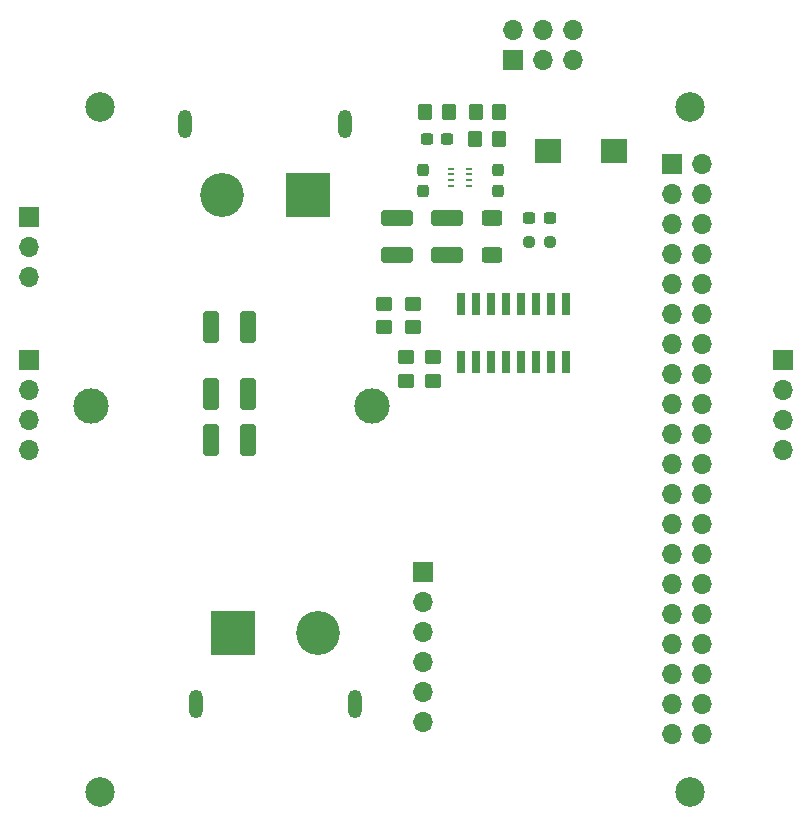
<source format=gbr>
%TF.GenerationSoftware,KiCad,Pcbnew,6.0.8-f2edbf62ab~116~ubuntu22.04.1*%
%TF.CreationDate,2022-11-23T04:07:15-05:00*%
%TF.ProjectId,Pi_HAT_V3,50695f48-4154-45f5-9633-2e6b69636164,rev?*%
%TF.SameCoordinates,Original*%
%TF.FileFunction,Soldermask,Bot*%
%TF.FilePolarity,Negative*%
%FSLAX46Y46*%
G04 Gerber Fmt 4.6, Leading zero omitted, Abs format (unit mm)*
G04 Created by KiCad (PCBNEW 6.0.8-f2edbf62ab~116~ubuntu22.04.1) date 2022-11-23 04:07:15*
%MOMM*%
%LPD*%
G01*
G04 APERTURE LIST*
G04 Aperture macros list*
%AMRoundRect*
0 Rectangle with rounded corners*
0 $1 Rounding radius*
0 $2 $3 $4 $5 $6 $7 $8 $9 X,Y pos of 4 corners*
0 Add a 4 corners polygon primitive as box body*
4,1,4,$2,$3,$4,$5,$6,$7,$8,$9,$2,$3,0*
0 Add four circle primitives for the rounded corners*
1,1,$1+$1,$2,$3*
1,1,$1+$1,$4,$5*
1,1,$1+$1,$6,$7*
1,1,$1+$1,$8,$9*
0 Add four rect primitives between the rounded corners*
20,1,$1+$1,$2,$3,$4,$5,0*
20,1,$1+$1,$4,$5,$6,$7,0*
20,1,$1+$1,$6,$7,$8,$9,0*
20,1,$1+$1,$8,$9,$2,$3,0*%
G04 Aperture macros list end*
%ADD10R,1.700000X1.700000*%
%ADD11O,1.700000X1.700000*%
%ADD12C,2.500000*%
%ADD13R,3.716000X3.716000*%
%ADD14C,3.716000*%
%ADD15O,1.200000X2.400000*%
%ADD16C,3.000000*%
%ADD17RoundRect,0.250000X0.412500X1.100000X-0.412500X1.100000X-0.412500X-1.100000X0.412500X-1.100000X0*%
%ADD18RoundRect,0.237500X-0.300000X-0.237500X0.300000X-0.237500X0.300000X0.237500X-0.300000X0.237500X0*%
%ADD19RoundRect,0.237500X-0.237500X0.300000X-0.237500X-0.300000X0.237500X-0.300000X0.237500X0.300000X0*%
%ADD20RoundRect,0.250000X1.100000X-0.412500X1.100000X0.412500X-1.100000X0.412500X-1.100000X-0.412500X0*%
%ADD21RoundRect,0.250000X0.625000X-0.400000X0.625000X0.400000X-0.625000X0.400000X-0.625000X-0.400000X0*%
%ADD22RoundRect,0.237500X0.300000X0.237500X-0.300000X0.237500X-0.300000X-0.237500X0.300000X-0.237500X0*%
%ADD23RoundRect,0.250000X-0.450000X0.350000X-0.450000X-0.350000X0.450000X-0.350000X0.450000X0.350000X0*%
%ADD24RoundRect,0.250000X0.350000X0.450000X-0.350000X0.450000X-0.350000X-0.450000X0.350000X-0.450000X0*%
%ADD25R,2.260600X2.108200*%
%ADD26RoundRect,0.250000X-0.350000X-0.450000X0.350000X-0.450000X0.350000X0.450000X-0.350000X0.450000X0*%
%ADD27R,0.609600X0.279400*%
%ADD28RoundRect,0.250000X0.450000X-0.350000X0.450000X0.350000X-0.450000X0.350000X-0.450000X-0.350000X0*%
%ADD29RoundRect,0.237500X-0.250000X-0.237500X0.250000X-0.237500X0.250000X0.237500X-0.250000X0.237500X0*%
%ADD30RoundRect,0.042000X-0.258000X0.908000X-0.258000X-0.908000X0.258000X-0.908000X0.258000X0.908000X0*%
%ADD31RoundRect,0.250000X-0.412500X-1.100000X0.412500X-1.100000X0.412500X1.100000X-0.412500X1.100000X0*%
G04 APERTURE END LIST*
D10*
%TO.C,J3*%
X137475000Y-70525000D03*
D11*
X137475000Y-67985000D03*
X140015000Y-70525000D03*
X140015000Y-67985000D03*
X142555000Y-70525000D03*
X142555000Y-67985000D03*
%TD*%
D12*
%TO.C,H1*%
X152500000Y-74500000D03*
%TD*%
%TO.C,H2*%
X102500000Y-74500000D03*
%TD*%
%TO.C,H3*%
X102500000Y-132500000D03*
%TD*%
D10*
%TO.C,J1*%
X129900000Y-113950000D03*
D11*
X129900000Y-116490000D03*
X129900000Y-119030000D03*
X129900000Y-121570000D03*
X129900000Y-124110000D03*
X129900000Y-126650000D03*
%TD*%
D12*
%TO.C,H4*%
X152500000Y-132500000D03*
%TD*%
D10*
%TO.C,J2*%
X151000000Y-79400000D03*
D11*
X153540000Y-79400000D03*
X151000000Y-81940000D03*
X153540000Y-81940000D03*
X151000000Y-84480000D03*
X153540000Y-84480000D03*
X151000000Y-87020000D03*
X153540000Y-87020000D03*
X151000000Y-89560000D03*
X153540000Y-89560000D03*
X151000000Y-92100000D03*
X153540000Y-92100000D03*
X151000000Y-94640000D03*
X153540000Y-94640000D03*
X151000000Y-97180000D03*
X153540000Y-97180000D03*
X151000000Y-99720000D03*
X153540000Y-99720000D03*
X151000000Y-102260000D03*
X153540000Y-102260000D03*
X151000000Y-104800000D03*
X153540000Y-104800000D03*
X151000000Y-107340000D03*
X153540000Y-107340000D03*
X151000000Y-109880000D03*
X153540000Y-109880000D03*
X151000000Y-112420000D03*
X153540000Y-112420000D03*
X151000000Y-114960000D03*
X153540000Y-114960000D03*
X151000000Y-117500000D03*
X153540000Y-117500000D03*
X151000000Y-120040000D03*
X153540000Y-120040000D03*
X151000000Y-122580000D03*
X153540000Y-122580000D03*
X151000000Y-125120000D03*
X153540000Y-125120000D03*
X151000000Y-127660000D03*
X153540000Y-127660000D03*
%TD*%
D10*
%TO.C,J4*%
X96550000Y-96000000D03*
D11*
X96550000Y-98540000D03*
X96550000Y-101080000D03*
X96550000Y-103620000D03*
%TD*%
D13*
%TO.C,J5*%
X120100000Y-82000000D03*
D14*
X112900000Y-82000000D03*
D15*
X123250000Y-76000000D03*
X109750000Y-76000000D03*
%TD*%
D13*
%TO.C,J8*%
X113800000Y-119100000D03*
D14*
X121000000Y-119100000D03*
D15*
X110650000Y-125100000D03*
X124150000Y-125100000D03*
%TD*%
D16*
%TO.C,L2*%
X101800000Y-99850000D03*
X125600000Y-99850000D03*
%TD*%
D10*
%TO.C,J6*%
X160350000Y-96000000D03*
D11*
X160350000Y-98540000D03*
X160350000Y-101080000D03*
X160350000Y-103620000D03*
%TD*%
D10*
%TO.C,J7*%
X96550000Y-83875000D03*
D11*
X96550000Y-86415000D03*
X96550000Y-88955000D03*
%TD*%
D17*
%TO.C,C7*%
X115062500Y-102750000D03*
X111937500Y-102750000D03*
%TD*%
D18*
%TO.C,C9*%
X130212500Y-77275000D03*
X131937500Y-77275000D03*
%TD*%
D19*
%TO.C,C3*%
X136250000Y-79887500D03*
X136250000Y-81612500D03*
%TD*%
D17*
%TO.C,C6*%
X115062500Y-98850000D03*
X111937500Y-98850000D03*
%TD*%
D20*
%TO.C,C1*%
X131900000Y-87037500D03*
X131900000Y-83912500D03*
%TD*%
%TO.C,C2*%
X127650000Y-87037500D03*
X127650000Y-83912500D03*
%TD*%
D21*
%TO.C,R2*%
X135750000Y-87050000D03*
X135750000Y-83950000D03*
%TD*%
D22*
%TO.C,C4*%
X140612500Y-83975000D03*
X138887500Y-83975000D03*
%TD*%
D23*
%TO.C,R6*%
X130700000Y-95700000D03*
X130700000Y-97700000D03*
%TD*%
D24*
%TO.C,R5*%
X136300000Y-77275000D03*
X134300000Y-77275000D03*
%TD*%
D25*
%TO.C,L1*%
X140481400Y-78250000D03*
X146018600Y-78250000D03*
%TD*%
D26*
%TO.C,R14*%
X130050000Y-75000000D03*
X132050000Y-75000000D03*
%TD*%
D27*
%TO.C,U1*%
X133749300Y-79749999D03*
X133749300Y-80250000D03*
X133749300Y-80750000D03*
X133749300Y-81250001D03*
X132250700Y-81250001D03*
X132250700Y-80750000D03*
X132250700Y-80250000D03*
X132250700Y-79749999D03*
%TD*%
D23*
%TO.C,R8*%
X129000000Y-91200000D03*
X129000000Y-93200000D03*
%TD*%
D19*
%TO.C,C8*%
X129875000Y-79887500D03*
X129875000Y-81612500D03*
%TD*%
D28*
%TO.C,R7*%
X126600000Y-93200000D03*
X126600000Y-91200000D03*
%TD*%
D29*
%TO.C,R4*%
X138812500Y-86000000D03*
X140637500Y-86000000D03*
%TD*%
D28*
%TO.C,R1*%
X128400000Y-97700000D03*
X128400000Y-95700000D03*
%TD*%
D30*
%TO.C,U2*%
X133065000Y-91232500D03*
X134335000Y-91232500D03*
X135605000Y-91232500D03*
X136875000Y-91232500D03*
X138145000Y-91232500D03*
X139415000Y-91232500D03*
X140685000Y-91232500D03*
X141955000Y-91232500D03*
X141955000Y-96142500D03*
X140685000Y-96142500D03*
X139415000Y-96142500D03*
X138145000Y-96142500D03*
X136875000Y-96142500D03*
X135605000Y-96142500D03*
X134335000Y-96142500D03*
X133065000Y-96142500D03*
%TD*%
D31*
%TO.C,C5*%
X111937500Y-93200000D03*
X115062500Y-93200000D03*
%TD*%
D24*
%TO.C,R3*%
X136325000Y-75000000D03*
X134325000Y-75000000D03*
%TD*%
M02*

</source>
